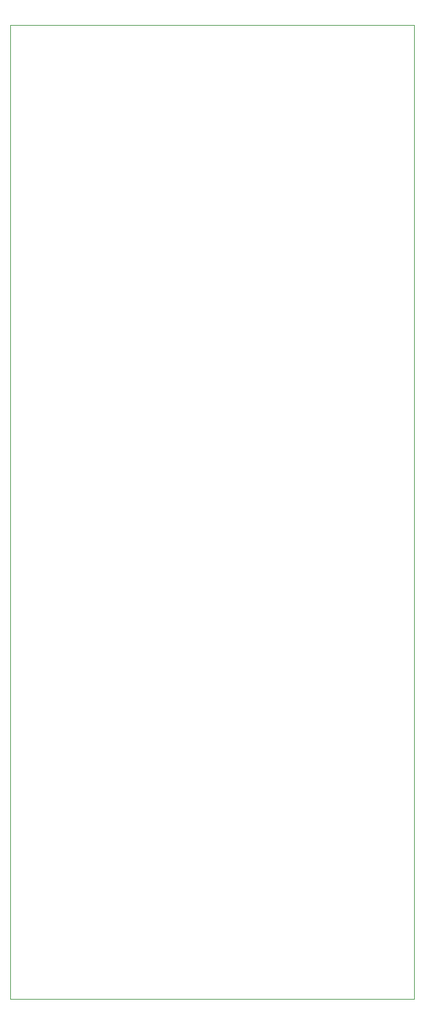
<source format=gm1>
G04 #@! TF.GenerationSoftware,KiCad,Pcbnew,(6.0.0)*
G04 #@! TF.CreationDate,2022-08-09T16:48:57+02:00*
G04 #@! TF.ProjectId,FG-VCO-(panel),46472d56-434f-42d2-9870-616e656c292e,rev?*
G04 #@! TF.SameCoordinates,Original*
G04 #@! TF.FileFunction,Profile,NP*
%FSLAX46Y46*%
G04 Gerber Fmt 4.6, Leading zero omitted, Abs format (unit mm)*
G04 Created by KiCad (PCBNEW (6.0.0)) date 2022-08-09 16:48:57*
%MOMM*%
%LPD*%
G01*
G04 APERTURE LIST*
G04 #@! TA.AperFunction,Profile*
%ADD10C,0.100000*%
G04 #@! TD*
G04 APERTURE END LIST*
D10*
X0Y0D02*
X53340000Y0D01*
X53340000Y0D02*
X53340000Y-128500000D01*
X53340000Y-128500000D02*
X0Y-128500000D01*
X0Y-128500000D02*
X0Y0D01*
M02*

</source>
